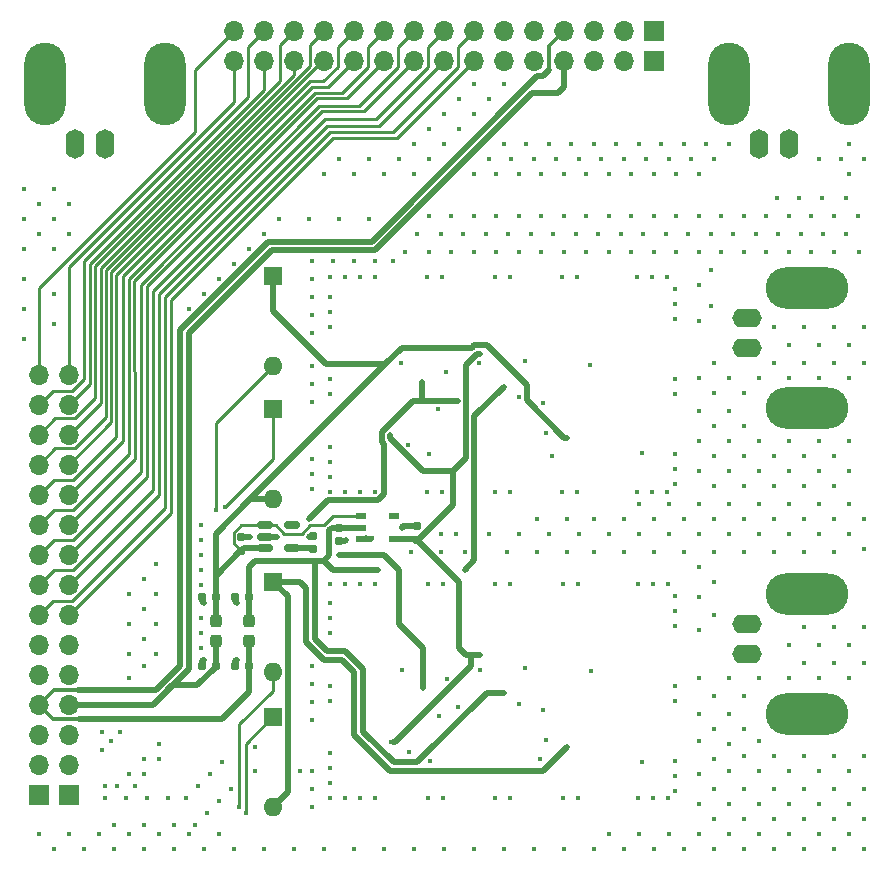
<source format=gbl>
G04 #@! TF.GenerationSoftware,KiCad,Pcbnew,7.0.7*
G04 #@! TF.CreationDate,2023-12-28T09:15:15+02:00*
G04 #@! TF.ProjectId,AD3 Front End Amplifier,41443320-4672-46f6-9e74-20456e642041,rev?*
G04 #@! TF.SameCoordinates,Original*
G04 #@! TF.FileFunction,Copper,L4,Bot*
G04 #@! TF.FilePolarity,Positive*
%FSLAX46Y46*%
G04 Gerber Fmt 4.6, Leading zero omitted, Abs format (unit mm)*
G04 Created by KiCad (PCBNEW 7.0.7) date 2023-12-28 09:15:15*
%MOMM*%
%LPD*%
G01*
G04 APERTURE LIST*
G04 Aperture macros list*
%AMRoundRect*
0 Rectangle with rounded corners*
0 $1 Rounding radius*
0 $2 $3 $4 $5 $6 $7 $8 $9 X,Y pos of 4 corners*
0 Add a 4 corners polygon primitive as box body*
4,1,4,$2,$3,$4,$5,$6,$7,$8,$9,$2,$3,0*
0 Add four circle primitives for the rounded corners*
1,1,$1+$1,$2,$3*
1,1,$1+$1,$4,$5*
1,1,$1+$1,$6,$7*
1,1,$1+$1,$8,$9*
0 Add four rect primitives between the rounded corners*
20,1,$1+$1,$2,$3,$4,$5,0*
20,1,$1+$1,$4,$5,$6,$7,0*
20,1,$1+$1,$6,$7,$8,$9,0*
20,1,$1+$1,$8,$9,$2,$3,0*%
G04 Aperture macros list end*
G04 #@! TA.AperFunction,ComponentPad*
%ADD10R,1.600000X1.600000*%
G04 #@! TD*
G04 #@! TA.AperFunction,ComponentPad*
%ADD11O,1.600000X1.600000*%
G04 #@! TD*
G04 #@! TA.AperFunction,ComponentPad*
%ADD12O,1.600000X2.500000*%
G04 #@! TD*
G04 #@! TA.AperFunction,ComponentPad*
%ADD13O,3.500000X7.000000*%
G04 #@! TD*
G04 #@! TA.AperFunction,ComponentPad*
%ADD14R,1.700000X1.700000*%
G04 #@! TD*
G04 #@! TA.AperFunction,ComponentPad*
%ADD15O,1.700000X1.700000*%
G04 #@! TD*
G04 #@! TA.AperFunction,ComponentPad*
%ADD16O,2.500000X1.600000*%
G04 #@! TD*
G04 #@! TA.AperFunction,ComponentPad*
%ADD17O,7.000000X3.500000*%
G04 #@! TD*
G04 #@! TA.AperFunction,SMDPad,CuDef*
%ADD18RoundRect,0.237500X0.237500X-0.287500X0.237500X0.287500X-0.237500X0.287500X-0.237500X-0.287500X0*%
G04 #@! TD*
G04 #@! TA.AperFunction,SMDPad,CuDef*
%ADD19RoundRect,0.155000X0.212500X0.155000X-0.212500X0.155000X-0.212500X-0.155000X0.212500X-0.155000X0*%
G04 #@! TD*
G04 #@! TA.AperFunction,SMDPad,CuDef*
%ADD20R,0.900000X0.600000*%
G04 #@! TD*
G04 #@! TA.AperFunction,SMDPad,CuDef*
%ADD21RoundRect,0.155000X0.155000X-0.212500X0.155000X0.212500X-0.155000X0.212500X-0.155000X-0.212500X0*%
G04 #@! TD*
G04 #@! TA.AperFunction,SMDPad,CuDef*
%ADD22RoundRect,0.150000X-0.512500X-0.150000X0.512500X-0.150000X0.512500X0.150000X-0.512500X0.150000X0*%
G04 #@! TD*
G04 #@! TA.AperFunction,ViaPad*
%ADD23C,0.450000*%
G04 #@! TD*
G04 #@! TA.AperFunction,Conductor*
%ADD24C,0.500000*%
G04 #@! TD*
G04 #@! TA.AperFunction,Conductor*
%ADD25C,0.250000*%
G04 #@! TD*
G04 #@! TA.AperFunction,Conductor*
%ADD26C,0.349000*%
G04 #@! TD*
G04 APERTURE END LIST*
D10*
X197612000Y-98685500D03*
D11*
X197612000Y-106305500D03*
D12*
X241300000Y-76200000D03*
D13*
X236220000Y-71120000D03*
D12*
X238760000Y-76200000D03*
D13*
X246380000Y-71120000D03*
D10*
X197612000Y-113284000D03*
D11*
X197612000Y-120904000D03*
D14*
X180340000Y-131318000D03*
D15*
X180340000Y-128778000D03*
X180340000Y-126238000D03*
X180340000Y-123698000D03*
X180340000Y-121158000D03*
X180340000Y-118618000D03*
X180340000Y-116078000D03*
X180340000Y-113538000D03*
X180340000Y-110998000D03*
X180340000Y-108458000D03*
X180340000Y-105918000D03*
X180340000Y-103378000D03*
X180340000Y-100838000D03*
X180340000Y-98298000D03*
X180340000Y-95758000D03*
D14*
X229870000Y-66675000D03*
D15*
X227330000Y-66675000D03*
X224790000Y-66675000D03*
X222250000Y-66675000D03*
X219710000Y-66675000D03*
X217170000Y-66675000D03*
X214630000Y-66675000D03*
X212090000Y-66675000D03*
X209550000Y-66675000D03*
X207010000Y-66675000D03*
X204470000Y-66675000D03*
X201930000Y-66675000D03*
X199390000Y-66675000D03*
X196850000Y-66675000D03*
X194310000Y-66675000D03*
D10*
X197612000Y-87418500D03*
D11*
X197612000Y-95038500D03*
D16*
X237794800Y-119430400D03*
D17*
X242874800Y-114350400D03*
D16*
X237794800Y-116890400D03*
D17*
X242874800Y-124510400D03*
D12*
X183388000Y-76200000D03*
D13*
X178308000Y-71120000D03*
D12*
X180848000Y-76200000D03*
D13*
X188468000Y-71120000D03*
D14*
X177793200Y-131328000D03*
D15*
X177793200Y-128788000D03*
X177793200Y-126248000D03*
X177793200Y-123708000D03*
X177793200Y-121168000D03*
X177793200Y-118628000D03*
X177793200Y-116088000D03*
X177793200Y-113548000D03*
X177793200Y-111008000D03*
X177793200Y-108468000D03*
X177793200Y-105928000D03*
X177793200Y-103388000D03*
X177793200Y-100848000D03*
X177793200Y-98308000D03*
X177793200Y-95768000D03*
D14*
X229870000Y-69215500D03*
D15*
X227330000Y-69215500D03*
X224790000Y-69215500D03*
X222250000Y-69215500D03*
X219710000Y-69215500D03*
X217170000Y-69215500D03*
X214630000Y-69215500D03*
X212090000Y-69215500D03*
X209550000Y-69215500D03*
X207010000Y-69215500D03*
X204470000Y-69215500D03*
X201930000Y-69215500D03*
X199390000Y-69215500D03*
X196850000Y-69215500D03*
X194310000Y-69215500D03*
D16*
X237744000Y-93472000D03*
D17*
X242824000Y-88392000D03*
D16*
X237744000Y-90932000D03*
D17*
X242824000Y-98552000D03*
D10*
X197612000Y-124756500D03*
D11*
X197612000Y-132376500D03*
D18*
X195580000Y-118336000D03*
X195580000Y-116586000D03*
D19*
X195580000Y-120396000D03*
X194445000Y-120396000D03*
D20*
X205099000Y-109662000D03*
X205099000Y-108712000D03*
X205099000Y-107762000D03*
X207899000Y-107762000D03*
X207899000Y-109662000D03*
D19*
X195580000Y-114554000D03*
X194445000Y-114554000D03*
D21*
X209801000Y-109728000D03*
X209801000Y-108593000D03*
X201041000Y-110549500D03*
X201041000Y-109414500D03*
X194945000Y-110676500D03*
X194945000Y-109541500D03*
D22*
X196982500Y-110424000D03*
X196982500Y-109474000D03*
X196982500Y-108524000D03*
X199257500Y-108524000D03*
X199257500Y-110424000D03*
D19*
X192786000Y-120396000D03*
X191651000Y-120396000D03*
D18*
X192786000Y-118336000D03*
X192786000Y-116586000D03*
D21*
X203197000Y-109847000D03*
X203197000Y-108712000D03*
D19*
X192786000Y-114554000D03*
X191651000Y-114554000D03*
D23*
X202438000Y-101869200D03*
X237490000Y-100076000D03*
X190500000Y-134620000D03*
X231698800Y-122112600D03*
X202488800Y-115127600D03*
X218989400Y-120579200D03*
X224790000Y-107950000D03*
X214630000Y-85344000D03*
X222173800Y-131637600D03*
X221361000Y-83820000D03*
X242570000Y-91694000D03*
X188722000Y-131572000D03*
X200660000Y-109474000D03*
X203835000Y-109728000D03*
X234950000Y-77470000D03*
X231698800Y-114492600D03*
X240411000Y-83820000D03*
X241300000Y-82296000D03*
X222173800Y-131637600D03*
X236220000Y-76200000D03*
X229717600Y-87492800D03*
X200914000Y-132334000D03*
X210667600Y-87492800D03*
X200914000Y-92202000D03*
X232410000Y-76200000D03*
X234950000Y-122936000D03*
X191516000Y-118872000D03*
X206222600Y-87492800D03*
X240030000Y-135890000D03*
X245110000Y-107950000D03*
X201930000Y-78740000D03*
X245110000Y-105156000D03*
X240030000Y-94742000D03*
X218465400Y-123611200D03*
X185420000Y-134620000D03*
X228473000Y-105679200D03*
X236220000Y-129286000D03*
X247650000Y-117094000D03*
X179070000Y-88900000D03*
X217652600Y-87492800D03*
X244094000Y-80772000D03*
X202438000Y-90439200D03*
X202438000Y-90439200D03*
X213360000Y-72390000D03*
X209550000Y-76200000D03*
X194564000Y-115062000D03*
X234696000Y-83820000D03*
X231063800Y-131637600D03*
X219456000Y-83820000D03*
X231698800Y-123382600D03*
X202412600Y-87492800D03*
X233680000Y-114554000D03*
X236220000Y-134620000D03*
X205003400Y-113451200D03*
X220497400Y-124119200D03*
X224790000Y-76200000D03*
X243840000Y-103886000D03*
X231698800Y-128462600D03*
X193040000Y-87630000D03*
X228854000Y-102362000D03*
X214630000Y-135890000D03*
X200914000Y-130810000D03*
X231013000Y-105679200D03*
X185420000Y-121412000D03*
X235585000Y-85344000D03*
X229870000Y-110744000D03*
X196850000Y-135890000D03*
X220751400Y-126659200D03*
X218440000Y-82296000D03*
X179070000Y-135890000D03*
X239395000Y-82296000D03*
X233680000Y-85344000D03*
X231648000Y-102504200D03*
X187706000Y-116840000D03*
X246380000Y-78740000D03*
X234950000Y-125730000D03*
X204470000Y-135890000D03*
X191516000Y-116332000D03*
X246380000Y-103886000D03*
X246126000Y-83820000D03*
X242570000Y-110744000D03*
X233680000Y-106680000D03*
X202488800Y-115127600D03*
X214630000Y-78740000D03*
X231648000Y-105044200D03*
X236220000Y-109220000D03*
X233680000Y-109220000D03*
X222504000Y-107950000D03*
X215646000Y-83820000D03*
X245745000Y-77470000D03*
X240284000Y-80772000D03*
X242570000Y-94742000D03*
X186690000Y-133858000D03*
X202488800Y-129097600D03*
X246380000Y-76200000D03*
X247650000Y-77470000D03*
X239395000Y-85344000D03*
X220700600Y-100700800D03*
X219710000Y-77470000D03*
X218414600Y-97652800D03*
X231648000Y-96154200D03*
X246380000Y-118618000D03*
X219710000Y-135890000D03*
X204978000Y-105679200D03*
X205003400Y-113451200D03*
X224485200Y-94908100D03*
X233680000Y-129540000D03*
X237490000Y-125730000D03*
X222250000Y-78740000D03*
X191262000Y-130556000D03*
X246380000Y-93218000D03*
X234950000Y-100076000D03*
X231648000Y-105044200D03*
X202488800Y-127827600D03*
X210820000Y-85344000D03*
X206298800Y-131637600D03*
X246380000Y-121412000D03*
X223443800Y-131637600D03*
X217703400Y-113451200D03*
X233680000Y-96012000D03*
X219964000Y-110744000D03*
X216535000Y-78740000D03*
X211963000Y-105679200D03*
X230987600Y-87492800D03*
X186690000Y-120396000D03*
X204470000Y-78740000D03*
X189230000Y-135890000D03*
X228600000Y-76200000D03*
X228600000Y-134620000D03*
X217170000Y-135890000D03*
X206248000Y-105679200D03*
X245110000Y-128016000D03*
X243840000Y-96012000D03*
X217805000Y-77470000D03*
X223443800Y-131637600D03*
X238760000Y-106680000D03*
X195580000Y-85090000D03*
X191008000Y-133858000D03*
X243840000Y-118618000D03*
X236220000Y-96012000D03*
X222885000Y-76200000D03*
X217703400Y-113451200D03*
X224485200Y-94908100D03*
X242570000Y-120142000D03*
X202438000Y-89169200D03*
X215128450Y-120751200D03*
X231038400Y-113451200D03*
X243840000Y-109220000D03*
X231648000Y-103774200D03*
X242570000Y-128016000D03*
X211836000Y-83820000D03*
X237490000Y-105156000D03*
X229870000Y-107950000D03*
X236220000Y-121412000D03*
X240030000Y-110744000D03*
X227965000Y-78740000D03*
X209550000Y-135890000D03*
X202488800Y-130367600D03*
X180340000Y-83820000D03*
X222250000Y-85344000D03*
X210693000Y-105679200D03*
X247650000Y-107950000D03*
X246380000Y-101346000D03*
X215900000Y-109220000D03*
X234950000Y-102616000D03*
X247142000Y-82296000D03*
X240030000Y-91694000D03*
X176530000Y-85090000D03*
X241300000Y-129286000D03*
X229743000Y-105679200D03*
X230886000Y-83820000D03*
X203733400Y-113451200D03*
X243205000Y-85344000D03*
X247650000Y-135890000D03*
X222250000Y-135890000D03*
X241300000Y-109220000D03*
X237490000Y-128016000D03*
X224790000Y-135890000D03*
X203682600Y-87492800D03*
X236601000Y-83820000D03*
X187706000Y-111760000D03*
X227330000Y-77470000D03*
X211662900Y-124627200D03*
X224155000Y-78740000D03*
X222250000Y-82296000D03*
X186690000Y-135890000D03*
X195707000Y-109474000D03*
X234950000Y-116078000D03*
X220980000Y-109220000D03*
X238760000Y-121412000D03*
X237490000Y-133350000D03*
X233680000Y-124460000D03*
X202488800Y-123382600D03*
X231063800Y-131637600D03*
X202488800Y-123382600D03*
X231648000Y-97424200D03*
X241300000Y-106680000D03*
X186690000Y-129540000D03*
X191516000Y-112268000D03*
X183134000Y-127508000D03*
X220345000Y-78740000D03*
X237490000Y-135890000D03*
X179070000Y-82550000D03*
X233045000Y-77470000D03*
X228981000Y-83820000D03*
X243840000Y-121412000D03*
X183896000Y-126746000D03*
X217424000Y-110744000D03*
X238760000Y-103886000D03*
X223520000Y-77470000D03*
X202488800Y-129097600D03*
X231775000Y-78740000D03*
X213741000Y-83820000D03*
X196088000Y-127254000D03*
X209122900Y-127675200D03*
X222123000Y-105679200D03*
X229743000Y-105679200D03*
X191770000Y-135890000D03*
X203758800Y-131637600D03*
X200914000Y-120396000D03*
X233680000Y-103886000D03*
X234950000Y-133350000D03*
X210743800Y-131637600D03*
X238760000Y-129286000D03*
X233680000Y-91186000D03*
X227076000Y-83820000D03*
X233680000Y-117348000D03*
X215900000Y-77470000D03*
X234950000Y-107950000D03*
X208499050Y-94818200D03*
X241300000Y-134620000D03*
X243840000Y-101346000D03*
X224155000Y-85344000D03*
X233680000Y-82296000D03*
X231648000Y-88534200D03*
X224536000Y-120866500D03*
X203708000Y-105679200D03*
X212013800Y-131637600D03*
X218440000Y-85344000D03*
X245110000Y-133350000D03*
X229768400Y-113451200D03*
X234950000Y-113284000D03*
X209550000Y-78740000D03*
X234950000Y-94742000D03*
X246380000Y-134620000D03*
X231698800Y-115762600D03*
X202488800Y-116397600D03*
X194056000Y-130810000D03*
X201930000Y-135890000D03*
X184150000Y-133858000D03*
X186690000Y-128270000D03*
X211937600Y-87492800D03*
X234315000Y-76200000D03*
X237490000Y-110744000D03*
X205028800Y-131637600D03*
X245110000Y-120142000D03*
X231698800Y-115762600D03*
X208549850Y-120776600D03*
X207010000Y-78740000D03*
X186690000Y-113030000D03*
X231698800Y-117032600D03*
X215900000Y-72390000D03*
X234696000Y-86868000D03*
X215077650Y-94792800D03*
X191516000Y-117602000D03*
X192278000Y-129540000D03*
X231698800Y-114492600D03*
X231140000Y-106680000D03*
X231140000Y-77470000D03*
X242570000Y-105156000D03*
X185166000Y-131572000D03*
X191770000Y-115062000D03*
X230505000Y-76200000D03*
X214630000Y-82296000D03*
X213360000Y-74930000D03*
X212334450Y-121513200D03*
X200914000Y-105410000D03*
X240030000Y-105156000D03*
X236220000Y-132080000D03*
X218989400Y-120579200D03*
X202438000Y-103139200D03*
X202488800Y-117667600D03*
X243840000Y-93218000D03*
X187960000Y-127000000D03*
X202438000Y-97424200D03*
X241300000Y-121412000D03*
X210820000Y-77470000D03*
X177800000Y-81280000D03*
X245110000Y-117094000D03*
X220345000Y-82296000D03*
X243205000Y-82296000D03*
X223418400Y-113451200D03*
X241300000Y-96012000D03*
X220218000Y-128270000D03*
X204952600Y-87492800D03*
X206248000Y-105679200D03*
X217678000Y-105679200D03*
X212725000Y-82296000D03*
X231775000Y-82296000D03*
X242570000Y-130810000D03*
X226060000Y-109220000D03*
X210743800Y-131637600D03*
X204470000Y-86106000D03*
X205740000Y-82550000D03*
X213106000Y-109220000D03*
X241300000Y-132080000D03*
X247650000Y-130810000D03*
X193040000Y-131826000D03*
X200914000Y-121920000D03*
X193040000Y-134620000D03*
X223266000Y-83820000D03*
X183134000Y-125984000D03*
X211963000Y-105679200D03*
X182880000Y-134620000D03*
X202438000Y-104409200D03*
X217652600Y-87492800D03*
X229717600Y-87492800D03*
X216433400Y-113451200D03*
X233680000Y-112014000D03*
X211836000Y-110744000D03*
X202412600Y-87492800D03*
X237490000Y-102616000D03*
X200914000Y-94996000D03*
X231698800Y-129732600D03*
X231648000Y-102504200D03*
X224536000Y-120866500D03*
X234950000Y-110744000D03*
X180340000Y-134620000D03*
X236220000Y-106680000D03*
X231013000Y-105679200D03*
X237490000Y-97282000D03*
X237490000Y-85344000D03*
X200914000Y-98044000D03*
X222504000Y-110744000D03*
X202488800Y-127827600D03*
X211612100Y-98668800D03*
X226060000Y-78740000D03*
X193294000Y-128524000D03*
X226695000Y-76200000D03*
X177800000Y-83820000D03*
X242570000Y-107950000D03*
X231038400Y-113451200D03*
X215128450Y-120751200D03*
X237490000Y-82296000D03*
X231698800Y-129732600D03*
X200914000Y-123444000D03*
X222097600Y-87492800D03*
X186944000Y-131572000D03*
X199390000Y-135890000D03*
X232410000Y-107950000D03*
X246380000Y-132080000D03*
X233680000Y-101346000D03*
X207772000Y-86106000D03*
X202463400Y-113451200D03*
X202488800Y-117667600D03*
X247650000Y-133350000D03*
X229870000Y-135890000D03*
X215077650Y-94792800D03*
X232410000Y-110744000D03*
X210820000Y-82296000D03*
X179070000Y-85090000D03*
X236220000Y-103886000D03*
X228473000Y-105679200D03*
X212283650Y-95554800D03*
X240030000Y-128016000D03*
X231775000Y-85344000D03*
X231698800Y-117032600D03*
X243840000Y-106680000D03*
X242316000Y-83820000D03*
X202438000Y-101869200D03*
X202488800Y-116397600D03*
X231140000Y-109220000D03*
X176530000Y-92710000D03*
X238760000Y-132080000D03*
X234950000Y-105156000D03*
X176530000Y-87630000D03*
X234950000Y-97282000D03*
X186690000Y-115570000D03*
X184150000Y-135890000D03*
X233680000Y-78740000D03*
X202488800Y-122112600D03*
X217678000Y-105679200D03*
X245110000Y-130810000D03*
X214630000Y-73660000D03*
X209296000Y-110744000D03*
X240030000Y-102616000D03*
X236220000Y-124460000D03*
X226060000Y-82296000D03*
X227965000Y-82296000D03*
X234950000Y-135890000D03*
X221615000Y-77470000D03*
X186690000Y-118110000D03*
X216535000Y-85344000D03*
X228498400Y-113451200D03*
X210820000Y-74930000D03*
X200914000Y-86106000D03*
X227330000Y-107950000D03*
X206273400Y-113451200D03*
X228600000Y-109220000D03*
X206298800Y-131637600D03*
X233680000Y-88138000D03*
X237490000Y-107950000D03*
X211836000Y-109220000D03*
X231648000Y-89804200D03*
X238760000Y-101346000D03*
X205962500Y-109601000D03*
X220980000Y-76200000D03*
X200914000Y-124968000D03*
X247650000Y-120142000D03*
X222123000Y-105679200D03*
X237490000Y-130810000D03*
X238760000Y-126746000D03*
X200914000Y-102870000D03*
X202692000Y-86106000D03*
X200914000Y-87630000D03*
X196850000Y-83820000D03*
X202438000Y-103139200D03*
X238760000Y-109220000D03*
X209804000Y-83820000D03*
X202438000Y-105679200D03*
X216382600Y-87492800D03*
X241300000Y-93218000D03*
X231648000Y-91074200D03*
X231698800Y-128462600D03*
X217551000Y-83820000D03*
X241300000Y-85344000D03*
X181610000Y-135890000D03*
X247650000Y-91694000D03*
X234696000Y-89916000D03*
X187706000Y-119380000D03*
X217728800Y-131637600D03*
X191516000Y-109728000D03*
X242570000Y-117094000D03*
X240030000Y-133350000D03*
X242570000Y-133350000D03*
X231648000Y-97424200D03*
X243840000Y-132080000D03*
X245110000Y-110744000D03*
X203200000Y-82550000D03*
X228600000Y-106680000D03*
X213868000Y-110744000D03*
X224155000Y-82296000D03*
X212283650Y-95554800D03*
X183388000Y-130556000D03*
X222148400Y-113451200D03*
X202438000Y-97424200D03*
X222097600Y-87492800D03*
X216458800Y-131637600D03*
X233680000Y-134620000D03*
X211937600Y-87492800D03*
X205740000Y-77470000D03*
X219075000Y-76200000D03*
X241300000Y-103886000D03*
X210850100Y-102478800D03*
X243840000Y-129286000D03*
X210718400Y-113451200D03*
X220446600Y-98160800D03*
X247650000Y-94742000D03*
X218440000Y-78740000D03*
X233680000Y-121412000D03*
X235585000Y-82296000D03*
X200914000Y-96520000D03*
X236220000Y-127000000D03*
X240030000Y-107950000D03*
X209122900Y-127675200D03*
X214630000Y-71120000D03*
X222148400Y-113451200D03*
X234950000Y-130810000D03*
X212334450Y-121513200D03*
X202438000Y-96154200D03*
X185420000Y-116840000D03*
X228854000Y-128524000D03*
X176530000Y-80010000D03*
X216458800Y-131637600D03*
X228523800Y-131637600D03*
X223418400Y-113451200D03*
X221234000Y-102616000D03*
X232791000Y-83820000D03*
X191516000Y-108458000D03*
X226060000Y-85344000D03*
X245110000Y-82296000D03*
X187960000Y-134620000D03*
X238506000Y-83820000D03*
X228447600Y-87492800D03*
X220345000Y-85344000D03*
X241300000Y-118618000D03*
X229793800Y-131637600D03*
X179070000Y-80010000D03*
X176530000Y-82550000D03*
X229870000Y-78740000D03*
X210718400Y-113451200D03*
X232410000Y-135890000D03*
X226060000Y-134620000D03*
X209072100Y-101716800D03*
X202488800Y-131637600D03*
X223393000Y-105679200D03*
X230987600Y-87492800D03*
X237490000Y-122936000D03*
X203200000Y-77470000D03*
X198120000Y-82550000D03*
X229768400Y-113451200D03*
X203708000Y-105679200D03*
X203733400Y-113451200D03*
X236220000Y-101346000D03*
X203758800Y-131637600D03*
X247650000Y-110490000D03*
X218938600Y-94620800D03*
X231648000Y-103774200D03*
X208788000Y-85344000D03*
X209072100Y-101716800D03*
X206273400Y-113451200D03*
X218440000Y-109220000D03*
X231648000Y-96154200D03*
X231648000Y-88534200D03*
X212090000Y-73660000D03*
X194310000Y-86360000D03*
X190500000Y-90170000D03*
X223520000Y-109220000D03*
X200660000Y-82550000D03*
X212725000Y-85344000D03*
X189230000Y-133858000D03*
X185928000Y-130556000D03*
X217170000Y-76200000D03*
X183388000Y-131572000D03*
X216535000Y-82296000D03*
X211988400Y-113451200D03*
X231648000Y-89804200D03*
X190246000Y-131572000D03*
X223367600Y-87492800D03*
X208534000Y-108712000D03*
X245110000Y-102616000D03*
X228523800Y-131637600D03*
X207010000Y-135890000D03*
X211612100Y-98668800D03*
X210693000Y-105679200D03*
X236220000Y-98806000D03*
X229870000Y-85344000D03*
X231140000Y-134620000D03*
X245110000Y-135890000D03*
X202488800Y-122112600D03*
X223393000Y-105679200D03*
X225171000Y-83820000D03*
X210850100Y-102478800D03*
X197993000Y-109474000D03*
X200914000Y-104140000D03*
X231698800Y-123382600D03*
X229235000Y-77470000D03*
X210900900Y-128437200D03*
X204952600Y-87492800D03*
X200914000Y-89154000D03*
X238760000Y-96012000D03*
X191516000Y-113538000D03*
X234950000Y-128270000D03*
X241300000Y-101346000D03*
X240030000Y-130810000D03*
X212090000Y-135890000D03*
X205028800Y-131637600D03*
X208499050Y-94818200D03*
X217728800Y-131637600D03*
X231698800Y-131002600D03*
X185420000Y-114300000D03*
X200914000Y-129286000D03*
X244221000Y-83820000D03*
X208549850Y-120776600D03*
X212013800Y-131637600D03*
X191516000Y-110998000D03*
X204978000Y-105679200D03*
X233680000Y-132080000D03*
X216408000Y-105679200D03*
X218938600Y-94620800D03*
X185420000Y-119380000D03*
X246380000Y-109220000D03*
X187706000Y-114300000D03*
X227330000Y-135890000D03*
X229793800Y-131637600D03*
X206222600Y-87492800D03*
X231698800Y-122112600D03*
X202438000Y-104409200D03*
X202463400Y-113451200D03*
X202488800Y-130367600D03*
X177800000Y-134620000D03*
X225425000Y-77470000D03*
X231648000Y-91074200D03*
X242189000Y-80772000D03*
X191770000Y-119888000D03*
X192024000Y-132842000D03*
X202438000Y-89169200D03*
X202438000Y-96154200D03*
X180340000Y-81280000D03*
X211988400Y-113451200D03*
X247650000Y-128016000D03*
X233680000Y-98806000D03*
X242570000Y-135890000D03*
X206248000Y-86106000D03*
X210667600Y-87492800D03*
X191770000Y-88900000D03*
X185420000Y-129540000D03*
X179070000Y-91440000D03*
X212090000Y-76200000D03*
X200914000Y-90678000D03*
X194310000Y-135890000D03*
X202438000Y-91709200D03*
X238760000Y-134620000D03*
X202438000Y-105679200D03*
X227965000Y-85344000D03*
X210900900Y-128437200D03*
X196088000Y-129286000D03*
X242570000Y-102616000D03*
X216408000Y-105679200D03*
X229870000Y-82296000D03*
X246380000Y-129286000D03*
X176530000Y-90170000D03*
X228498400Y-113451200D03*
X247269000Y-85344000D03*
X184658000Y-125984000D03*
X199898000Y-129286000D03*
X245110000Y-91694000D03*
X231698800Y-131002600D03*
X203682600Y-87492800D03*
X216433400Y-113451200D03*
X246126000Y-80772000D03*
X184404000Y-130556000D03*
X228447600Y-87492800D03*
X243840000Y-77470000D03*
X223367600Y-87492800D03*
X217170000Y-71120000D03*
X246380000Y-106680000D03*
X243840000Y-134620000D03*
X202438000Y-91709200D03*
X187960000Y-128270000D03*
X224790000Y-110744000D03*
X194564000Y-119888000D03*
X219964000Y-107950000D03*
X211662900Y-124627200D03*
X245110000Y-94742000D03*
X216382600Y-87492800D03*
X202488800Y-131637600D03*
X245110000Y-85344000D03*
X208280000Y-77470000D03*
X246380000Y-96012000D03*
X233680000Y-126746000D03*
X227330000Y-110744000D03*
X206502000Y-112268000D03*
X213868000Y-112268000D03*
X217170000Y-96774000D03*
X217170000Y-122682000D03*
X222504000Y-127254000D03*
X222504000Y-101092000D03*
X192786000Y-112776000D03*
X195326000Y-132842000D03*
X213323450Y-123916000D03*
X210261200Y-96367600D03*
X200660000Y-107950000D03*
X203200000Y-110998000D03*
X213272650Y-97957600D03*
X201041000Y-110549500D03*
X210312000Y-122326000D03*
X207608450Y-126837000D03*
X215138000Y-119481200D03*
X207557650Y-100878600D03*
X215138000Y-93980000D03*
X193548000Y-106934000D03*
X194776500Y-132334000D03*
X192786000Y-107188000D03*
D24*
X194445000Y-114943000D02*
X194564000Y-115062000D01*
X194945000Y-109474000D02*
X195707000Y-109474000D01*
X208653000Y-108593000D02*
X208534000Y-108712000D01*
X203835000Y-109728000D02*
X203716000Y-109847000D01*
X191651000Y-114554000D02*
X191651000Y-114943000D01*
X200719500Y-109414500D02*
X200660000Y-109474000D01*
X194445000Y-114554000D02*
X194445000Y-114943000D01*
X201041000Y-109414500D02*
X200719500Y-109414500D01*
X194445000Y-120396000D02*
X194445000Y-120007000D01*
X196982500Y-109474000D02*
X197993000Y-109474000D01*
X205070500Y-109662000D02*
X205901500Y-109662000D01*
X209801000Y-108593000D02*
X208653000Y-108593000D01*
X203716000Y-109847000D02*
X203197000Y-109847000D01*
X191651000Y-120007000D02*
X191770000Y-119888000D01*
X191651000Y-114943000D02*
X191770000Y-115062000D01*
X205425000Y-109662000D02*
X205486000Y-109601000D01*
X194445000Y-120007000D02*
X194564000Y-119888000D01*
X191651000Y-120396000D02*
X191651000Y-120007000D01*
X201168000Y-118136050D02*
X202184000Y-119152050D01*
X201930000Y-111506000D02*
X202692000Y-112268000D01*
X213868000Y-112268000D02*
X214647650Y-111488350D01*
X207834000Y-128586000D02*
X208026000Y-128586000D01*
X195580000Y-114554000D02*
X195580000Y-112014000D01*
X202603901Y-108712000D02*
X204594000Y-108712000D01*
X196088000Y-111506000D02*
X201676000Y-111506000D01*
X201676000Y-111506000D02*
X201930000Y-111506000D01*
X215701505Y-122682000D02*
X217170000Y-122682000D01*
X195580000Y-114554000D02*
X195602500Y-114576500D01*
X214647650Y-99296350D02*
X217170000Y-96774000D01*
X202692000Y-112268000D02*
X206502000Y-112268000D01*
X205232000Y-125984000D02*
X207834000Y-128586000D01*
X195580000Y-112014000D02*
X196088000Y-111506000D01*
X202378000Y-111058000D02*
X202378000Y-108937901D01*
X195580000Y-116586000D02*
X195580000Y-114554000D01*
X208026000Y-128586000D02*
X209797505Y-128586000D01*
X209797505Y-128586000D02*
X215701505Y-122682000D01*
X201168000Y-111506000D02*
X201168000Y-118136050D01*
X203708000Y-119152050D02*
X204154000Y-119598051D01*
X201930000Y-111506000D02*
X202378000Y-111058000D01*
X214647650Y-111488350D02*
X214647650Y-99296350D01*
X204154000Y-119598051D02*
X205232000Y-120676051D01*
X202378000Y-108937901D02*
X202603901Y-108712000D01*
X205232000Y-120676051D02*
X205232000Y-125984000D01*
X202184000Y-119152050D02*
X203708000Y-119152050D01*
X200406000Y-113792000D02*
X200406000Y-118364000D01*
X192786000Y-116586000D02*
X192786000Y-114554000D01*
D25*
X202740729Y-107762000D02*
X201978729Y-108524000D01*
X205099000Y-107762000D02*
X202740729Y-107762000D01*
D24*
X192786000Y-109220000D02*
X195700500Y-106305500D01*
D25*
X201978729Y-108524000D02*
X200796828Y-108524000D01*
D24*
X198862000Y-114534000D02*
X198862000Y-131126500D01*
D25*
X194916177Y-108524000D02*
X194310000Y-109130177D01*
X198552173Y-109220000D02*
X197856173Y-108524000D01*
D24*
X220472000Y-129286000D02*
X222504000Y-127254000D01*
X222504000Y-101092000D02*
X222250000Y-101092000D01*
X192786000Y-112776000D02*
X192786000Y-114554000D01*
D25*
X200100828Y-109220000D02*
X198552173Y-109220000D01*
D24*
X214453906Y-93472000D02*
X208534000Y-93472000D01*
D25*
X196982500Y-108524000D02*
X194916177Y-108524000D01*
X194310000Y-110041500D02*
X194945000Y-110676500D01*
D24*
X195197500Y-110424000D02*
X194945000Y-110676500D01*
X204470000Y-126238000D02*
X207518000Y-129286000D01*
X197612000Y-113284000D02*
X198862000Y-114534000D01*
D25*
X200796828Y-108524000D02*
X200100828Y-109220000D01*
X194310000Y-109130177D02*
X194310000Y-110041500D01*
D24*
X194945000Y-110617000D02*
X192786000Y-112776000D01*
X203454000Y-119888000D02*
X204470000Y-120904000D01*
X214645906Y-93280000D02*
X214453906Y-93472000D01*
X192786000Y-112776000D02*
X192786000Y-109220000D01*
X198862000Y-131126500D02*
X197612000Y-132376500D01*
X195700500Y-106305500D02*
X197612000Y-106305500D01*
X197612000Y-113284000D02*
X199898000Y-113284000D01*
X208534000Y-93472000D02*
X207137000Y-94869000D01*
X215708000Y-93280000D02*
X214645906Y-93280000D01*
X222250000Y-101092000D02*
X219089600Y-97931600D01*
X202107395Y-94869000D02*
X207137000Y-94869000D01*
X219089600Y-96661600D02*
X215708000Y-93280000D01*
X199898000Y-113284000D02*
X200406000Y-113792000D01*
X197612000Y-87418500D02*
X197612000Y-90373605D01*
X201930000Y-119888000D02*
X203454000Y-119888000D01*
D25*
X197856173Y-108524000D02*
X196982500Y-108524000D01*
D24*
X200406000Y-118364000D02*
X201930000Y-119888000D01*
X207518000Y-129286000D02*
X220472000Y-129286000D01*
X196982500Y-110424000D02*
X195197500Y-110424000D01*
X219089600Y-97931600D02*
X219089600Y-96661600D01*
X207137000Y-94869000D02*
X195700500Y-106305500D01*
X197612000Y-90373605D02*
X202107395Y-94869000D01*
X204470000Y-120904000D02*
X204470000Y-126238000D01*
D25*
X195326000Y-132842000D02*
X195326000Y-127000000D01*
X197569500Y-124756500D02*
X197612000Y-124756500D01*
X195326000Y-127000000D02*
X197569500Y-124756500D01*
D24*
X206857650Y-101446894D02*
X206857650Y-100588651D01*
X210261200Y-96367600D02*
X210261200Y-97754400D01*
X210312000Y-118872000D02*
X210312000Y-122326000D01*
X208280000Y-112268000D02*
X208280000Y-116840000D01*
X207010377Y-105871418D02*
X207010377Y-101599622D01*
X199257500Y-110424000D02*
X200915500Y-110424000D01*
X206527595Y-106354200D02*
X207010377Y-105871418D01*
X208280000Y-116840000D02*
X210312000Y-118872000D01*
X207010377Y-101599622D02*
X206857650Y-101446894D01*
X203200000Y-110998000D02*
X207010000Y-110998000D01*
X200660000Y-107950000D02*
X202255800Y-106354200D01*
X210058000Y-97957600D02*
X213247650Y-97957600D01*
X210261200Y-97754400D02*
X210058000Y-97957600D01*
X200915500Y-110424000D02*
X201041000Y-110549500D01*
X209488701Y-97957600D02*
X210058000Y-97957600D01*
X202255800Y-106354200D02*
X206527595Y-106354200D01*
X207010000Y-110998000D02*
X208280000Y-112268000D01*
X206857650Y-100588651D02*
X209488701Y-97957600D01*
X213947650Y-94968205D02*
X213947650Y-102790350D01*
X209801000Y-109728000D02*
X213360000Y-113287000D01*
X214376000Y-119481200D02*
X214376000Y-120426245D01*
X209735000Y-109662000D02*
X207899000Y-109662000D01*
X213947650Y-102790350D02*
X212852000Y-103886000D01*
X213360000Y-113287000D02*
X213360000Y-118872000D01*
X209801000Y-109728000D02*
X209889099Y-109728000D01*
X212852000Y-106765099D02*
X212852000Y-103886000D01*
X213360000Y-118872000D02*
X213969200Y-119481200D01*
X210286705Y-103886000D02*
X207557650Y-101156945D01*
X209889099Y-109728000D02*
X212852000Y-106765099D01*
X209801000Y-109728000D02*
X209735000Y-109662000D01*
X215138000Y-93980000D02*
X214935855Y-93980000D01*
X214376000Y-120426245D02*
X207965245Y-126837000D01*
X207557650Y-101156945D02*
X207557650Y-100878600D01*
X212852000Y-103886000D02*
X210286705Y-103886000D01*
X207965245Y-126837000D02*
X207788468Y-126837000D01*
D25*
X207788468Y-126837000D02*
X207608450Y-126837000D01*
D24*
X214935855Y-93980000D02*
X213947650Y-94968205D01*
X213969200Y-119481200D02*
X215138000Y-119481200D01*
D25*
X202692000Y-75692000D02*
X208153500Y-75692000D01*
X188976000Y-89408000D02*
X202692000Y-75692000D01*
X180340000Y-116078000D02*
X188976000Y-107442000D01*
X208153500Y-75692000D02*
X214630000Y-69215500D01*
X188976000Y-107442000D02*
X188976000Y-89408000D01*
X179073200Y-112268000D02*
X177793200Y-113548000D01*
X210725000Y-68040000D02*
X210725000Y-69702201D01*
X212090000Y-66675000D02*
X210725000Y-68040000D01*
X201997604Y-74100396D02*
X187452000Y-88646000D01*
X180731701Y-112268000D02*
X179073200Y-112268000D01*
X187452000Y-88646000D02*
X187452000Y-105547701D01*
X206326805Y-74100396D02*
X201997604Y-74100396D01*
X210725000Y-69702201D02*
X206326805Y-74100396D01*
X187452000Y-105547701D02*
X180731701Y-112268000D01*
X208185000Y-69702201D02*
X204867003Y-73020198D01*
X204867003Y-73020198D02*
X201553802Y-73020198D01*
X180731701Y-109728000D02*
X179073200Y-109728000D01*
X209550000Y-66675000D02*
X208185000Y-68040000D01*
X179073200Y-109728000D02*
X177793200Y-111008000D01*
X208185000Y-68040000D02*
X208185000Y-69702201D01*
X186436000Y-104023701D02*
X180731701Y-109728000D01*
X201553802Y-73020198D02*
X186436000Y-88138000D01*
X186436000Y-88138000D02*
X186436000Y-104023701D01*
X205645000Y-68040000D02*
X205645000Y-69702201D01*
X207010000Y-66675000D02*
X205645000Y-68040000D01*
X180731701Y-107188000D02*
X179073200Y-107188000D01*
X185420000Y-87630000D02*
X185420000Y-102499701D01*
X179073200Y-107188000D02*
X177793200Y-108468000D01*
X185420000Y-102499701D02*
X180731701Y-107188000D01*
X203465201Y-71882000D02*
X201168000Y-71882000D01*
X205645000Y-69702201D02*
X203465201Y-71882000D01*
X201168000Y-71882000D02*
X185420000Y-87630000D01*
X184368000Y-87291980D02*
X184368000Y-101011701D01*
X203105000Y-68040000D02*
X203105000Y-69702201D01*
X204470000Y-66675000D02*
X203105000Y-68040000D01*
X180731701Y-104648000D02*
X179073200Y-104648000D01*
X179073200Y-104648000D02*
X177793200Y-105928000D01*
X201874211Y-70932990D02*
X200726990Y-70932990D01*
X203105000Y-69702201D02*
X201874211Y-70932990D01*
X184368000Y-101011701D02*
X180731701Y-104648000D01*
X200726990Y-70932990D02*
X184368000Y-87291980D01*
X183468000Y-99371701D02*
X183468000Y-86919188D01*
X200755000Y-69632188D02*
X200755000Y-67850000D01*
X179168200Y-102013000D02*
X180826701Y-102013000D01*
X183468000Y-86919188D02*
X200755000Y-69632188D01*
X177793200Y-103388000D02*
X179168200Y-102013000D01*
X200755000Y-67850000D02*
X201930000Y-66675000D01*
X180826701Y-102013000D02*
X183468000Y-99371701D01*
X182568000Y-97731701D02*
X182568000Y-86546396D01*
X179168200Y-99473000D02*
X180826701Y-99473000D01*
X177793200Y-100848000D02*
X179168200Y-99473000D01*
X198215000Y-67850000D02*
X199390000Y-66675000D01*
X182568000Y-86546396D02*
X198215000Y-70899396D01*
X180826701Y-99473000D02*
X182568000Y-97731701D01*
X198215000Y-70899396D02*
X198215000Y-67850000D01*
X195485000Y-68040000D02*
X196850000Y-66675000D01*
X178978200Y-97123000D02*
X180636701Y-97123000D01*
X180636701Y-97123000D02*
X181610000Y-96149701D01*
X195485000Y-72231000D02*
X195485000Y-68040000D01*
X177793200Y-98308000D02*
X178978200Y-97123000D01*
X181610000Y-96149701D02*
X181610000Y-86106000D01*
X181610000Y-86106000D02*
X195485000Y-72231000D01*
X191008000Y-75184000D02*
X177793200Y-88398800D01*
X191008000Y-69977000D02*
X191008000Y-75184000D01*
X177793200Y-88398800D02*
X177793200Y-95768000D01*
X194310000Y-66675000D02*
X191008000Y-69977000D01*
X197612000Y-102870000D02*
X197612000Y-98685500D01*
X193548000Y-106934000D02*
X197612000Y-102870000D01*
X202184000Y-74676000D02*
X206629500Y-74676000D01*
X187960000Y-88900000D02*
X202184000Y-74676000D01*
X187960000Y-105918000D02*
X187960000Y-88900000D01*
X180340000Y-113538000D02*
X187960000Y-105918000D01*
X206629500Y-74676000D02*
X212090000Y-69215500D01*
X180340000Y-110998000D02*
X186944000Y-104394000D01*
X205295302Y-73470198D02*
X209550000Y-69215500D01*
X201740198Y-73470198D02*
X205295302Y-73470198D01*
X186944000Y-104394000D02*
X186944000Y-88266396D01*
X186944000Y-88266396D02*
X201740198Y-73470198D01*
X185928000Y-95504000D02*
X185870000Y-95446000D01*
X185928000Y-102870000D02*
X185928000Y-95504000D01*
X180340000Y-108458000D02*
X185928000Y-102870000D01*
X203893500Y-72332000D02*
X207010000Y-69215500D01*
X185870000Y-95446000D02*
X185870000Y-87816396D01*
X201354396Y-72332000D02*
X203893500Y-72332000D01*
X185870000Y-87816396D02*
X201354396Y-72332000D01*
X200913386Y-71382990D02*
X184916188Y-87380188D01*
X184916188Y-87380188D02*
X184916188Y-101341812D01*
X184916188Y-101341812D02*
X180340000Y-105918000D01*
X202302510Y-71382990D02*
X200913386Y-71382990D01*
X204470000Y-69215500D02*
X202302510Y-71382990D01*
X183918000Y-87105584D02*
X183918000Y-87122000D01*
X183918000Y-87122000D02*
X183918000Y-99800000D01*
X201808084Y-69215500D02*
X183918000Y-87105584D01*
X201930000Y-69215500D02*
X201808084Y-69215500D01*
X183918000Y-99800000D02*
X180340000Y-103378000D01*
X183018000Y-98160000D02*
X180340000Y-100838000D01*
X199390000Y-70360792D02*
X183018000Y-86732792D01*
X183018000Y-86732792D02*
X183018000Y-98160000D01*
X199390000Y-69215500D02*
X199390000Y-70360792D01*
X180340000Y-98298000D02*
X182118000Y-96520000D01*
X182118000Y-96520000D02*
X182118000Y-86360000D01*
X182118000Y-86360000D02*
X196850000Y-71628000D01*
X196850000Y-71628000D02*
X196850000Y-69215500D01*
X194310000Y-72644000D02*
X194310000Y-69215500D01*
X180340000Y-86614000D02*
X194310000Y-72644000D01*
X180340000Y-95758000D02*
X180340000Y-86614000D01*
D24*
X181209000Y-124948000D02*
X193274000Y-124948000D01*
D26*
X179007700Y-124922500D02*
X181183500Y-124922500D01*
D24*
X187706000Y-122428000D02*
X181102000Y-122428000D01*
X195580000Y-122642000D02*
X195580000Y-121372000D01*
D26*
X177793200Y-123708000D02*
X179073200Y-122428000D01*
D24*
X181183500Y-124922500D02*
X181209000Y-124948000D01*
X193274000Y-124948000D02*
X195580000Y-122642000D01*
X189738000Y-120396000D02*
X187706000Y-122428000D01*
D26*
X181183500Y-124922500D02*
X181229000Y-124968000D01*
X179073200Y-122428000D02*
X181102000Y-122428000D01*
X221025500Y-67899500D02*
X221025500Y-69977000D01*
D24*
X205983350Y-84492200D02*
X197193800Y-84492200D01*
X219960050Y-70515500D02*
X205983350Y-84492200D01*
D26*
X177793200Y-123708000D02*
X179007700Y-124922500D01*
D24*
X189738000Y-91948000D02*
X189738000Y-120396000D01*
X195580000Y-121372000D02*
X195580000Y-120396000D01*
X220487000Y-70515500D02*
X219960050Y-70515500D01*
D26*
X222250000Y-66675000D02*
X221025500Y-67899500D01*
D24*
X197193800Y-84492200D02*
X189738000Y-91948000D01*
X221025500Y-69977000D02*
X220487000Y-70515500D01*
X195580000Y-118336000D02*
X195580000Y-120396000D01*
D25*
X214630000Y-66675000D02*
X213265000Y-68040000D01*
X188468000Y-107071701D02*
X180636701Y-114903000D01*
X213265000Y-68040000D02*
X213265000Y-69702201D01*
X207783201Y-75184000D02*
X202438000Y-75184000D01*
X202438000Y-75184000D02*
X188468000Y-89154000D01*
X180636701Y-114903000D02*
X178978200Y-114903000D01*
X178978200Y-114903000D02*
X177793200Y-116088000D01*
X188468000Y-89154000D02*
X188468000Y-107071701D01*
X213265000Y-69702201D02*
X207783201Y-75184000D01*
D24*
X190500000Y-120650000D02*
X187452000Y-123698000D01*
X191223099Y-122047000D02*
X192786000Y-120484099D01*
X180340000Y-123698000D02*
X187452000Y-123698000D01*
X219583500Y-71882000D02*
X206273300Y-85192200D01*
X192786000Y-120484099D02*
X192786000Y-120396000D01*
X221742000Y-71882000D02*
X219583500Y-71882000D01*
X197509800Y-85192200D02*
X190500000Y-92202000D01*
X190500000Y-92202000D02*
X190500000Y-120650000D01*
X206273300Y-85192200D02*
X197509800Y-85192200D01*
X189103000Y-122047000D02*
X191223099Y-122047000D01*
X222250000Y-69215500D02*
X222250000Y-71374000D01*
X192786000Y-118336000D02*
X192786000Y-120396000D01*
X222250000Y-71374000D02*
X221742000Y-71882000D01*
X187452000Y-123698000D02*
X189103000Y-122047000D01*
D25*
X194776500Y-132334000D02*
X194776500Y-125342000D01*
X197612000Y-122506500D02*
X197612000Y-120904000D01*
X194776500Y-125342000D02*
X197612000Y-122506500D01*
X192786000Y-99864500D02*
X197612000Y-95038500D01*
X192786000Y-107188000D02*
X192786000Y-99864500D01*
M02*

</source>
